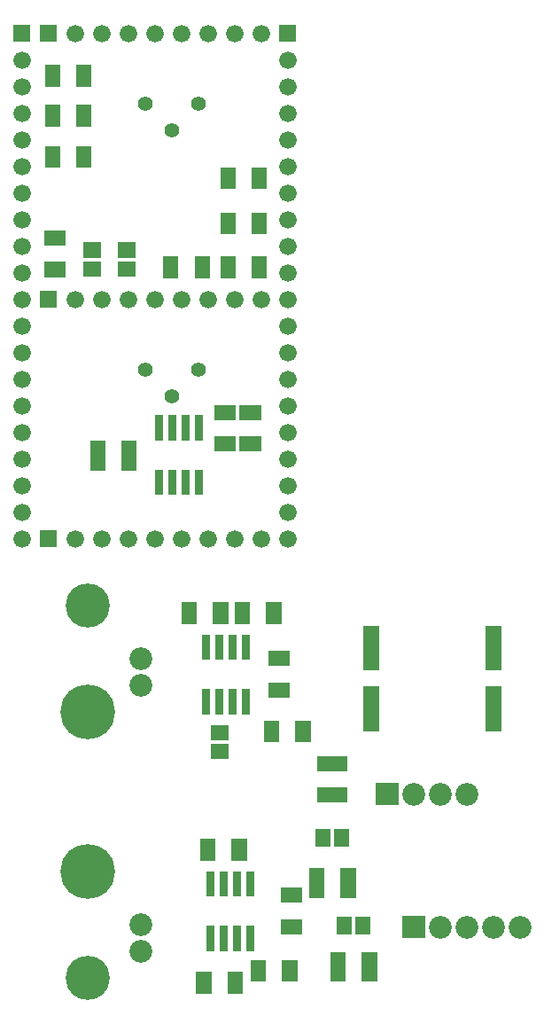
<source format=gbr>
G04 start of page 6 for group -4063 idx -4063 *
G04 Title: (unknown), componentmask *
G04 Creator: pcb 20140316 *
G04 CreationDate: Tue 14 Apr 2015 10:04:33 AM GMT UTC *
G04 For: fosse *
G04 Format: Gerber/RS-274X *
G04 PCB-Dimensions (mil): 5250.00 5000.00 *
G04 PCB-Coordinate-Origin: lower left *
%MOIN*%
%FSLAX25Y25*%
%LNTOPMASK*%
%ADD68R,0.0615X0.0615*%
%ADD67R,0.0300X0.0300*%
%ADD66R,0.0572X0.0572*%
%ADD65C,0.1660*%
%ADD64C,0.2060*%
%ADD63C,0.0860*%
%ADD62C,0.0001*%
%ADD61C,0.0660*%
%ADD60C,0.0560*%
G54D60*X261000Y418000D03*
X281000D03*
X271000Y408000D03*
G54D61*X214500Y404500D03*
Y394500D03*
G54D62*G36*
X311200Y447800D02*Y441200D01*
X317800D01*
Y447800D01*
X311200D01*
G37*
G54D61*X314500Y434500D03*
Y424500D03*
Y414500D03*
Y404500D03*
Y394500D03*
Y384500D03*
Y374500D03*
G54D62*G36*
X211200Y447800D02*Y441200D01*
X217800D01*
Y447800D01*
X211200D01*
G37*
G54D61*X214500Y434500D03*
Y424500D03*
Y414500D03*
G54D62*G36*
X221200Y447800D02*Y441200D01*
X227800D01*
Y447800D01*
X221200D01*
G37*
G54D61*X234500Y444500D03*
X244500D03*
X254500D03*
X264500D03*
X274500D03*
X284500D03*
X294500D03*
X304500D03*
G54D60*X261000Y318000D03*
X281000D03*
X271000Y308000D03*
G54D61*X214500Y354500D03*
Y344500D03*
Y334500D03*
Y324500D03*
G54D62*G36*
X221200Y347800D02*Y341200D01*
X227800D01*
Y347800D01*
X221200D01*
G37*
G54D61*X314500Y364500D03*
Y354500D03*
Y344500D03*
Y334500D03*
Y324500D03*
Y314500D03*
Y304500D03*
Y294500D03*
Y284500D03*
Y274500D03*
Y264500D03*
Y254500D03*
X214500Y314500D03*
Y304500D03*
Y294500D03*
Y284500D03*
Y274500D03*
Y264500D03*
Y254500D03*
G54D62*G36*
X221200Y257800D02*Y251200D01*
X227800D01*
Y257800D01*
X221200D01*
G37*
G54D61*X234500Y254500D03*
X254500D03*
X264500D03*
X274500D03*
X284500D03*
X294500D03*
X304500D03*
X214500Y384500D03*
Y374500D03*
Y364500D03*
X234500Y344500D03*
X244500D03*
X254500D03*
X264500D03*
X274500D03*
X284500D03*
X294500D03*
X304500D03*
G54D62*G36*
X347600Y162800D02*Y154200D01*
X356200D01*
Y162800D01*
X347600D01*
G37*
G54D63*X361900Y158500D03*
X371900D03*
X381900D03*
G54D62*G36*
X357600Y112800D02*Y104200D01*
X366200D01*
Y112800D01*
X357600D01*
G37*
G54D63*X371900Y108500D03*
X381900D03*
X391900D03*
X401900D03*
G54D61*X244500Y254500D03*
G54D64*X239400Y189500D03*
G54D65*Y229500D03*
G54D63*X259400Y199500D03*
Y209500D03*
G54D65*X239400Y89500D03*
G54D64*Y129500D03*
G54D63*X259400Y99500D03*
Y109500D03*
G54D66*X226095Y414681D02*Y412319D01*
Y399181D02*Y396819D01*
X237905Y414681D02*Y412319D01*
Y429681D02*Y427319D01*
Y399181D02*Y396819D01*
X226095Y429681D02*Y427319D01*
X270595Y357681D02*Y355319D01*
X225819Y367500D02*X228181D01*
X225819Y355690D02*X228181D01*
X240607Y363043D02*X241393D01*
X240607Y355957D02*X241393D01*
X253607Y363043D02*X254393D01*
X253607Y355957D02*X254393D01*
X292095Y357681D02*Y355319D01*
X289819Y301914D02*X292181D01*
X289819Y290104D02*X292181D01*
X303905Y357681D02*Y355319D01*
X299319Y301905D02*X301681D01*
X299319Y290095D02*X301681D01*
X282405Y357681D02*Y355319D01*
G54D67*X281000Y299500D02*Y293000D01*
X276000Y299500D02*Y293000D01*
X271000Y299500D02*Y293000D01*
G54D66*X292095Y374181D02*Y371819D01*
X303905Y374181D02*Y371819D01*
X292095Y391181D02*Y388819D01*
X303905Y391181D02*Y388819D01*
X243095Y288505D02*Y282995D01*
X254905Y288505D02*Y282995D01*
G54D67*X266000Y299500D02*Y293000D01*
Y279000D02*Y272500D01*
X271000Y279000D02*Y272500D01*
X276000Y279000D02*Y272500D01*
X281000Y279000D02*Y272500D01*
G54D66*X328645Y158095D02*X334155D01*
X328645Y169905D02*X334155D01*
X325495Y127755D02*Y122245D01*
X337305Y127755D02*Y122245D01*
X327857Y142393D02*Y141607D01*
X334943Y142393D02*Y141607D01*
G54D68*X345900Y218732D02*Y208102D01*
Y195898D02*Y185268D01*
X391900Y218732D02*Y208102D01*
Y195898D02*Y185268D01*
G54D66*X333495Y96255D02*Y90745D01*
X315305Y93181D02*Y90819D01*
X345305Y96255D02*Y90745D01*
X335857Y109393D02*Y108607D01*
X342943Y109393D02*Y108607D01*
X314719Y108595D02*X317081D01*
X314719Y120405D02*X317081D01*
G54D67*X285400Y107500D02*Y101000D01*
X290400Y107500D02*Y101000D01*
X295400Y107500D02*Y101000D01*
X300400Y107500D02*Y101000D01*
Y128000D02*Y121500D01*
G54D66*X303495Y93181D02*Y90819D01*
G54D67*X295400Y128000D02*Y121500D01*
G54D66*X296305Y138681D02*Y136319D01*
X294805Y88681D02*Y86319D01*
G54D67*X290400Y128000D02*Y121500D01*
X285400Y128000D02*Y121500D01*
G54D66*X284495Y138681D02*Y136319D01*
X282995Y88681D02*Y86319D01*
G54D67*X283900Y196500D02*Y190000D01*
X288900Y196500D02*Y190000D01*
G54D66*X288507Y174457D02*X289293D01*
X288507Y181543D02*X289293D01*
G54D67*X293900Y196500D02*Y190000D01*
X298900Y196500D02*Y190000D01*
G54D66*X310219Y197595D02*X312581D01*
X308495Y183181D02*Y180819D01*
X320305Y183181D02*Y180819D01*
G54D67*X298900Y217000D02*Y210500D01*
G54D66*X297495Y227681D02*Y225319D01*
X309305Y227681D02*Y225319D01*
X310219Y209405D02*X312581D01*
G54D67*X293900Y217000D02*Y210500D01*
X288900Y217000D02*Y210500D01*
X283900Y217000D02*Y210500D01*
G54D66*X277495Y227681D02*Y225319D01*
X289305Y227681D02*Y225319D01*
M02*

</source>
